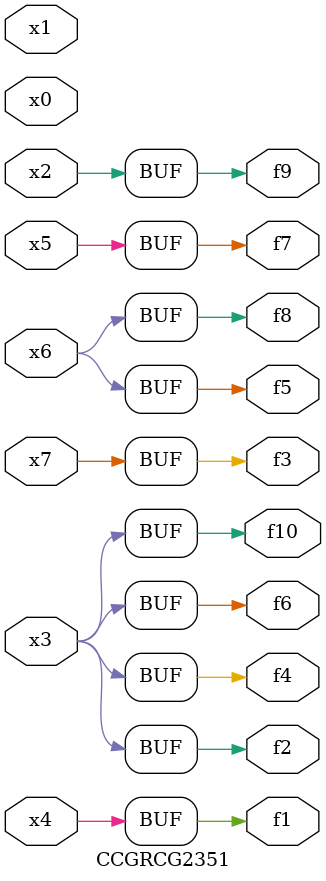
<source format=v>
module CCGRCG2351(
	input x0, x1, x2, x3, x4, x5, x6, x7,
	output f1, f2, f3, f4, f5, f6, f7, f8, f9, f10
);
	assign f1 = x4;
	assign f2 = x3;
	assign f3 = x7;
	assign f4 = x3;
	assign f5 = x6;
	assign f6 = x3;
	assign f7 = x5;
	assign f8 = x6;
	assign f9 = x2;
	assign f10 = x3;
endmodule

</source>
